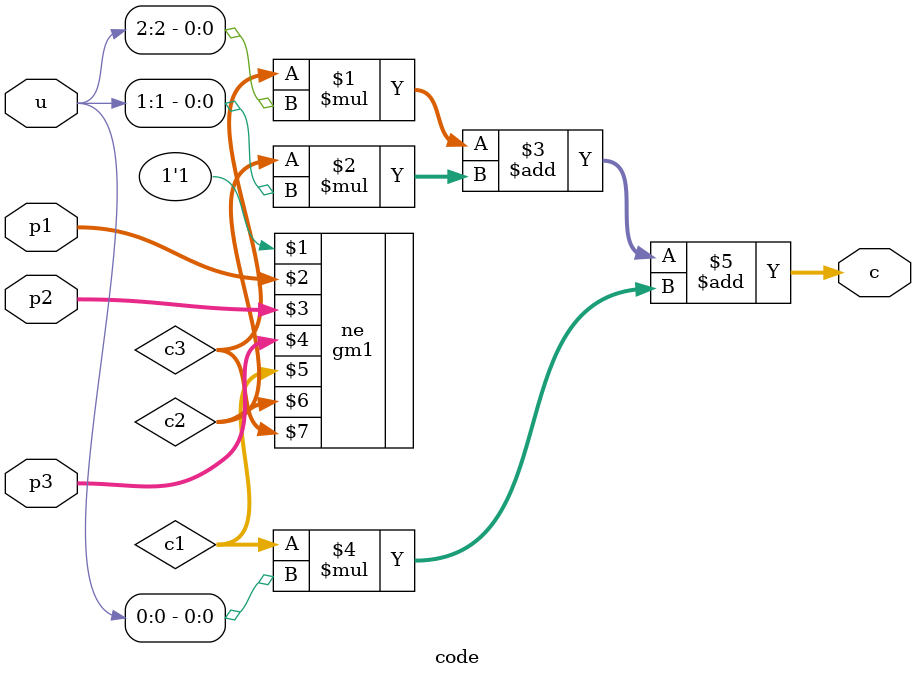
<source format=v>
`include "gm1.v"
module code(u,p1,p2,p3,c); 
input [2:0]u;
input [5:0]p1,p2,p3;
output [5:0]c;
wire [5:0]c1,c2,c3;
gm1 ne(1'b1,p1,p2,p3,c1,c2,c3);
assign c=(c3*u[2])+(c2*u[1])+(c1*u[0]);
endmodule
</source>
